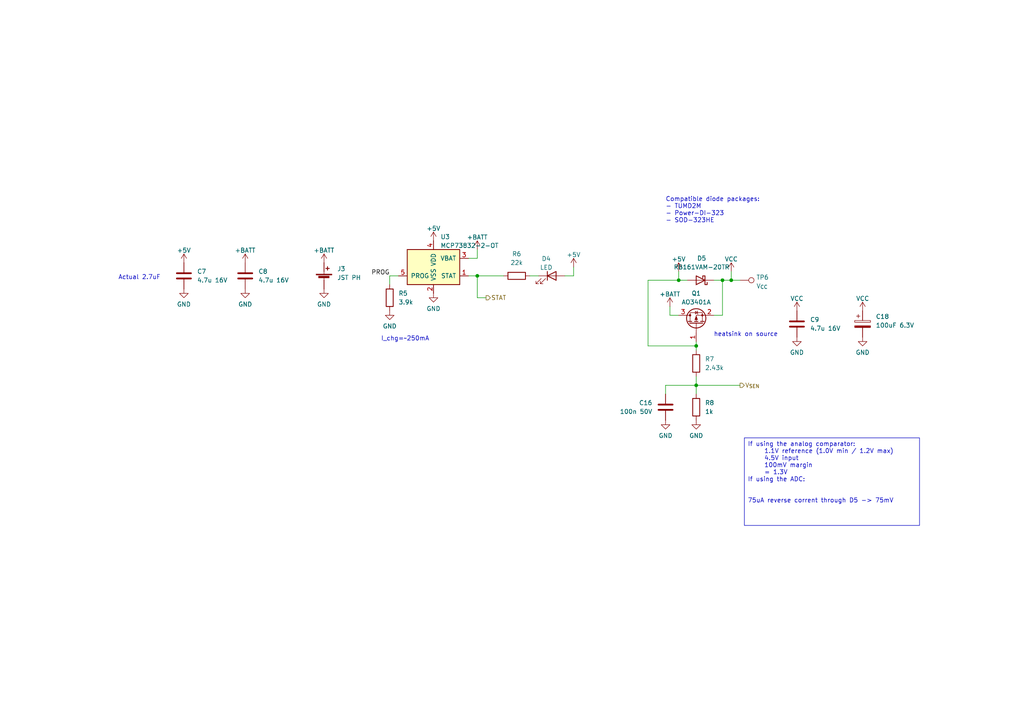
<source format=kicad_sch>
(kicad_sch (version 20231120) (generator "eeschema") (generator_version "8.0")
  (paper "A4")
  (lib_symbols
    (symbol "Battery_Management:MCP73832-2-OT" (pin_names (offset 1.016))
      (property "Reference" "U" (at -7.62 6.35 0))
      (property "Value" "MCP73832-2-OT" (at 1.27 6.35 0))
      (symbol "MCP73832-2-OT_0_1"
        (rectangle (start -7.62 5.08) (end 7.62 -5.08) (stroke (width 0.254)) (fill (type background)))
      )
      (symbol "MCP73832-2-OT_1_1"
        (pin output line (at 10.16 -2.54 180) (length 2.54) (name "STAT") (number "1"))
        (pin power_in line (at 0 -7.62 90) (length 2.54) (name "VSS") (number "2"))
        (pin power_out line (at 10.16 2.54 180) (length 2.54) (name "VBAT") (number "3"))
        (pin power_in line (at 0 7.62 270) (length 2.54) (name "VDD") (number "4"))
        (pin input line (at -10.16 -2.54 0) (length 2.54) (name "PROG") (number "5"))
      )
    )
    (symbol "Connector:TestPoint" (pin_numbers hide) (pin_names (offset 0.762) hide)
      (property "Reference" "TP" (at 0 6.858 0))
      (property "Value" "TestPoint" (at 0 5.08 0))
      (symbol "TestPoint_0_1"
        (circle (center 0 3.302) (radius 0.762))
      )
      (symbol "TestPoint_1_1"
        (pin passive line (at 0 0 90) (length 2.54) (name "1") (number "1"))
      )
    )
    (symbol "Device:Battery_Cell" (pin_numbers hide) (pin_names (offset 0) hide)
      (property "Reference" "BT" (at 2.54 2.54 0))
      (property "Value" "Battery_Cell" (at 2.54 0 0))
      (symbol "Battery_Cell_0_1"
        (rectangle (start -2.286 1.778) (end 2.286 1.524) (fill (type outline)))
        (rectangle (start -1.5748 1.1938) (end 1.4732 0.6858) (fill (type outline)))
        (polyline (pts (xy 0 0.762) (xy 0 0)))
        (polyline (pts (xy 0 1.778) (xy 0 2.54)))
        (polyline (pts (xy 0.508 3.429) (xy 1.524 3.429)) (stroke (width 0.254)))
        (polyline (pts (xy 1.016 3.937) (xy 1.016 2.921)) (stroke (width 0.254)))
      )
      (symbol "Battery_Cell_1_1"
        (pin passive line (at 0 5.08 270) (length 2.54) (name "+") (number "1"))
        (pin passive line (at 0 -2.54 90) (length 2.54) (name "-") (number "2"))
      )
    )
    (symbol "Device:C" (pin_numbers hide) (pin_names (offset 0.254))
      (property "Reference" "C" (at 0.635 2.54 0))
      (property "Value" "C" (at 0.635 -2.54 0))
      (symbol "C_0_1"
        (polyline (pts (xy -2.032 -0.762) (xy 2.032 -0.762)) (stroke (width 0.508)))
        (polyline (pts (xy -2.032 0.762) (xy 2.032 0.762)) (stroke (width 0.508)))
      )
      (symbol "C_1_1"
        (pin passive line (at 0 3.81 270) (length 2.794) (name "~") (number "1"))
        (pin passive line (at 0 -3.81 90) (length 2.794) (name "~") (number "2"))
      )
    )
    (symbol "Device:C_Polarized" (pin_numbers hide) (pin_names (offset 0.254))
      (property "Reference" "C" (at 0.635 2.54 0))
      (property "Value" "C_Polarized" (at 0.635 -2.54 0))
      (symbol "C_Polarized_0_1"
        (rectangle (start -2.286 0.508) (end 2.286 1.016))
        (polyline (pts (xy -1.778 2.286) (xy -0.762 2.286)))
        (polyline (pts (xy -1.27 2.794) (xy -1.27 1.778)))
        (rectangle (start 2.286 -0.508) (end -2.286 -1.016) (fill (type outline)))
      )
      (symbol "C_Polarized_1_1"
        (pin passive line (at 0 3.81 270) (length 2.794) (name "~") (number "1"))
        (pin passive line (at 0 -3.81 90) (length 2.794) (name "~") (number "2"))
      )
    )
    (symbol "Device:D_Schottky" (pin_numbers hide) (pin_names (offset 1.016) hide)
      (property "Reference" "D" (at 0 2.54 0))
      (property "Value" "D_Schottky" (at 0 -2.54 0))
      (symbol "D_Schottky_0_1"
        (polyline (pts (xy 1.27 0) (xy -1.27 0)))
        (polyline (pts (xy 1.27 1.27) (xy 1.27 -1.27) (xy -1.27 0) (xy 1.27 1.27)) (stroke (width 0.254)))
        (polyline (pts (xy -1.905 0.635) (xy -1.905 1.27) (xy -1.27 1.27) (xy -1.27 -1.27) (xy -0.635 -1.27) (xy -0.635 -0.635)) (stroke (width 0.254)))
      )
      (symbol "D_Schottky_1_1"
        (pin passive line (at -3.81 0 0) (length 2.54) (name "K") (number "1"))
        (pin passive line (at 3.81 0 180) (length 2.54) (name "A") (number "2"))
      )
    )
    (symbol "Device:LED" (pin_numbers hide) (pin_names (offset 1.016) hide)
      (property "Reference" "D" (at 0 2.54 0))
      (property "Value" "LED" (at 0 -2.54 0))
      (symbol "LED_0_1"
        (polyline (pts (xy -1.27 -1.27) (xy -1.27 1.27)) (stroke (width 0.254)))
        (polyline (pts (xy -1.27 0) (xy 1.27 0)))
        (polyline (pts (xy 1.27 -1.27) (xy 1.27 1.27) (xy -1.27 0) (xy 1.27 -1.27)) (stroke (width 0.254)))
        (polyline (pts (xy -3.048 -0.762) (xy -4.572 -2.286) (xy -3.81 -2.286) (xy -4.572 -2.286) (xy -4.572 -1.524)))
        (polyline (pts (xy -1.778 -0.762) (xy -3.302 -2.286) (xy -2.54 -2.286) (xy -3.302 -2.286) (xy -3.302 -1.524)))
      )
      (symbol "LED_1_1"
        (pin passive line (at -3.81 0 0) (length 2.54) (name "K") (number "1"))
        (pin passive line (at 3.81 0 180) (length 2.54) (name "A") (number "2"))
      )
    )
    (symbol "Device:Q_PMOS_GSD" (pin_names (offset 0) hide)
      (property "Reference" "Q" (at 5.08 1.27 0))
      (property "Value" "Q_PMOS_GSD" (at 5.08 -1.27 0))
      (symbol "Q_PMOS_GSD_0_1"
        (polyline (pts (xy 0.254 0) (xy -2.54 0)))
        (polyline (pts (xy 0.254 1.905) (xy 0.254 -1.905)) (stroke (width 0.254)))
        (polyline (pts (xy 0.762 -1.27) (xy 0.762 -2.286)) (stroke (width 0.254)))
        (polyline (pts (xy 0.762 0.508) (xy 0.762 -0.508)) (stroke (width 0.254)))
        (polyline (pts (xy 0.762 2.286) (xy 0.762 1.27)) (stroke (width 0.254)))
        (polyline (pts (xy 2.54 2.54) (xy 2.54 1.778)))
        (polyline (pts (xy 2.54 -2.54) (xy 2.54 0) (xy 0.762 0)))
        (polyline (pts (xy 0.762 1.778) (xy 3.302 1.778) (xy 3.302 -1.778) (xy 0.762 -1.778)))
        (polyline (pts (xy 2.286 0) (xy 1.27 0.381) (xy 1.27 -0.381) (xy 2.286 0)) (fill (type outline)))
        (polyline (pts (xy 2.794 -0.508) (xy 2.921 -0.381) (xy 3.683 -0.381) (xy 3.81 -0.254)))
        (polyline (pts (xy 3.302 -0.381) (xy 2.921 0.254) (xy 3.683 0.254) (xy 3.302 -0.381)))
        (circle (center 1.651 0) (radius 2.794) (stroke (width 0.254)))
        (circle (center 2.54 -1.778) (radius 0.254) (fill (type outline)))
        (circle (center 2.54 1.778) (radius 0.254) (fill (type outline)))
      )
      (symbol "Q_PMOS_GSD_1_1"
        (pin input line (at -5.08 0 0) (length 2.54) (name "G") (number "1"))
        (pin passive line (at 2.54 -5.08 90) (length 2.54) (name "S") (number "2"))
        (pin passive line (at 2.54 5.08 270) (length 2.54) (name "D") (number "3"))
      )
    )
    (symbol "Device:R" (pin_numbers hide) (pin_names (offset 0))
      (property "Reference" "R" (at 2.032 0 90))
      (property "Value" "R" (at 0 0 90))
      (symbol "R_0_1"
        (rectangle (start -1.016 -2.54) (end 1.016 2.54) (stroke (width 0.254)))
      )
      (symbol "R_1_1"
        (pin passive line (at 0 3.81 270) (length 1.27) (name "~") (number "1"))
        (pin passive line (at 0 -3.81 90) (length 1.27) (name "~") (number "2"))
      )
    )
    (symbol "power:+5V" (power) (pin_names (offset 0))
      (property "Value" "+5V" (at 0 3.556 0))
      (symbol "+5V_0_1"
        (polyline (pts (xy -0.762 1.27) (xy 0 2.54)))
        (polyline (pts (xy 0 0) (xy 0 2.54)))
        (polyline (pts (xy 0 2.54) (xy 0.762 1.27)))
      )
      (symbol "+5V_1_1"
        (pin power_in line (at 0 0 90) (length 0) hide (name "+5V") (number "1"))
      )
    )
    (symbol "power:+BATT" (power) (pin_names (offset 0))
      (property "Value" "+BATT" (at 0 3.556 0))
      (symbol "+BATT_0_1"
        (polyline (pts (xy -0.762 1.27) (xy 0 2.54)))
        (polyline (pts (xy 0 0) (xy 0 2.54)))
        (polyline (pts (xy 0 2.54) (xy 0.762 1.27)))
      )
      (symbol "+BATT_1_1"
        (pin power_in line (at 0 0 90) (length 0) hide (name "+BATT") (number "1"))
      )
    )
    (symbol "power:GND" (power) (pin_names (offset 0))
      (property "Value" "GND" (at 0 -3.81 0))
      (symbol "GND_0_1"
        (polyline (pts (xy 0 0) (xy 0 -1.27) (xy 1.27 -1.27) (xy 0 -2.54) (xy -1.27 -1.27) (xy 0 -1.27)))
      )
      (symbol "GND_1_1"
        (pin power_in line (at 0 0 270) (length 0) hide (name "GND") (number "1"))
      )
    )
    (symbol "power:VCC" (power) (pin_names (offset 0))
      (property "Value" "VCC" (at 0 3.81 0))
      (symbol "VCC_0_1"
        (polyline (pts (xy -0.762 1.27) (xy 0 2.54)))
        (polyline (pts (xy 0 0) (xy 0 2.54)))
        (polyline (pts (xy 0 2.54) (xy 0.762 1.27)))
      )
      (symbol "VCC_1_1"
        (pin power_in line (at 0 0 90) (length 0) hide (name "VCC") (number "1"))
      )
    )
  )
  (junction (at 209.55 81.28))
  (junction (at 138.43 80.01))
  (junction (at 201.93 100.33))
  (junction (at 212.09 81.28))
  (junction (at 201.93 111.76))
  (junction (at 196.85 81.28))
  (wire (pts (xy 138.43 80.01) (xy 146.05 80.01)))
  (wire (pts (xy 201.93 111.76) (xy 201.93 114.3)))
  (wire (pts (xy 138.43 74.93) (xy 135.89 74.93)))
  (wire (pts (xy 207.01 91.44) (xy 209.55 91.44)))
  (wire (pts (xy 187.96 100.33) (xy 201.93 100.33)))
  (wire (pts (xy 196.85 81.28) (xy 187.96 81.28)))
  (wire (pts (xy 138.43 72.39) (xy 138.43 74.93)))
  (wire (pts (xy 212.09 78.74) (xy 212.09 81.28)))
  (wire (pts (xy 135.89 80.01) (xy 138.43 80.01)))
  (wire (pts (xy 194.31 91.44) (xy 196.85 91.44)))
  (wire (pts (xy 212.09 81.28) (xy 214.63 81.28)))
  (wire (pts (xy 194.31 88.9) (xy 194.31 91.44)))
  (wire (pts (xy 153.67 80.01) (xy 156.21 80.01)))
  (wire (pts (xy 212.09 81.28) (xy 209.55 81.28)))
  (wire (pts (xy 201.93 100.33) (xy 201.93 101.6)))
  (wire (pts (xy 187.96 81.28) (xy 187.96 100.33)))
  (wire (pts (xy 166.37 77.47) (xy 166.37 80.01)))
  (wire (pts (xy 166.37 80.01) (xy 163.83 80.01)))
  (wire (pts (xy 193.04 114.3) (xy 193.04 111.76)))
  (wire (pts (xy 196.85 78.74) (xy 196.85 81.28)))
  (wire (pts (xy 201.93 99.06) (xy 201.93 100.33)))
  (wire (pts (xy 209.55 81.28) (xy 209.55 91.44)))
  (wire (pts (xy 113.03 80.01) (xy 115.57 80.01)))
  (wire (pts (xy 196.85 81.28) (xy 199.39 81.28)))
  (wire (pts (xy 140.97 86.36) (xy 138.43 86.36)))
  (wire (pts (xy 113.03 82.55) (xy 113.03 80.01)))
  (wire (pts (xy 138.43 86.36) (xy 138.43 80.01)))
  (wire (pts (xy 201.93 109.22) (xy 201.93 111.76)))
  (wire (pts (xy 193.04 111.76) (xy 201.93 111.76)))
  (wire (pts (xy 207.01 81.28) (xy 209.55 81.28)))
  (wire (pts (xy 201.93 111.76) (xy 214.63 111.76)))
  (text_box "If using the analog comparator:\n	1.1V reference (1.0V min / 1.2V max)\n	4.5V input\n	100mV margin\n	= 1.3V\nIf using the ADC:\n	\n\n75uA reverse corrent through D5 -> 75mV" (at 215.9 127 0) (size 50.8 25.4) (effects (font (size 1.27 1.27)) (justify left top)))
  (text "Compatible diode packages:\n- TUMD2M\n- Power-DI-323\n- SOD-323HE" (at 193.04 64.77 0) (effects (font (size 1.27 1.27)) (justify left bottom)))
  (text "Actual 2.7uF" (at 34.29 81.28 0) (effects (font (size 1.27 1.27)) (justify left bottom)))
  (text "I_chg=~250mA" (at 110.49 99.06 0) (effects (font (size 1.27 1.27)) (justify left bottom)))
  (text "heatsink on source" (at 207.01 97.79 0) (effects (font (size 1.27 1.27)) (justify left bottom)))
  (label "PROG" (at 113.03 80.01 180))
  (hierarchical_label "V_{SEN}" (shape output) (at 214.63 111.76 0))
  (hierarchical_label "STAT" (shape output) (at 140.97 86.36 0))
  (symbol (lib_id "Device:C") (at 193.04 118.11 0) (mirror y) (unit 1)
    (property "Reference" "C16" (at 189.23 116.84 0) (effects (justify left)))
    (property "Value" "100n 50V" (at 189.23 119.38 0) (effects (justify left)))
    (property "Footprint" "Capacitor_SMD:C_0603_1608Metric" (effects (hide yes)))
    (property "LCSC" "C14663" (effects (hide yes)))
  )
  (symbol (lib_id "Device:Q_PMOS_GSD") (at 201.93 93.98 90) (unit 1)
    (property "Reference" "Q1" (at 201.93 85.09 90))
    (property "Value" "AO3401A" (at 201.93 87.63 90))
    (property "Footprint" "Package_TO_SOT_SMD:SOT-23" (effects (hide yes)))
    (property "LCSC" "C15127" (effects (hide yes)))
  )
  (symbol (lib_id "Device:C") (at 71.12 80.01 0) (unit 1)
    (property "Reference" "C8" (at 74.93 78.74 0) (effects (justify left)))
    (property "Value" "4.7u 16V" (at 74.93 81.28 0) (effects (justify left)))
    (property "Footprint" "Capacitor_SMD:C_0603_1608Metric" (effects (hide yes)))
    (property "LCSC" "C19666" (effects (hide yes)))
  )
  (symbol (lib_id "power:GND") (at 53.34 83.82 0) (unit 1)
    (property "Reference" "#PWR0117" (effects (hide yes)))
    (property "Value" "GND" (at 53.34 88.2634 0))
  )
  (symbol (lib_id "power:+5V") (at 166.37 77.47 0) (unit 1)
    (property "Reference" "#PWR0119" (effects (hide yes)))
    (property "Value" "+5V" (at 166.37 73.8942 0))
  )
  (symbol (lib_id "power:VCC") (at 250.19 90.17 0) (unit 1)
    (property "Reference" "#PWR0131" (effects (hide yes)))
    (property "Value" "VCC" (at 250.19 86.5942 0))
  )
  (symbol (lib_id "Device:C") (at 53.34 80.01 0) (unit 1)
    (property "Reference" "C7" (at 57.15 78.74 0) (effects (justify left)))
    (property "Value" "4.7u 16V" (at 57.15 81.28 0) (effects (justify left)))
    (property "Footprint" "Capacitor_SMD:C_0603_1608Metric" (effects (hide yes)))
    (property "LCSC" "C19666" (effects (hide yes)))
  )
  (symbol (lib_id "Device:C_Polarized") (at 250.19 93.98 0) (unit 1)
    (property "Reference" "C18" (at 254 91.821 0) (effects (justify left)))
    (property "Value" "100uF 6.3V" (at 254 94.361 0) (effects (justify left)))
    (property "Footprint" "Capacitor_Tantalum_SMD:CP_EIA-3528-15_AVX-H" (effects (hide yes)))
    (property "LCSC" "C16133" (effects (hide yes)))
  )
  (symbol (lib_id "Device:R") (at 201.93 118.11 0) (unit 1)
    (property "Reference" "R8" (at 204.47 116.84 0) (effects (justify left)))
    (property "Value" "1k" (at 204.47 119.38 0) (effects (justify left)))
    (property "Footprint" "Resistor_SMD:R_0603_1608Metric" (effects (hide yes)))
    (property "LCSC" "C21190" (effects (hide yes)))
  )
  (symbol (lib_id "power:GND") (at 193.04 121.92 0) (unit 1)
    (property "Reference" "#PWR0138" (effects (hide yes)))
    (property "Value" "GND" (at 193.04 126.3634 0))
  )
  (symbol (lib_id "Battery_Management:MCP73832-2-OT") (at 125.73 77.47 0) (unit 1)
    (property "Reference" "U3" (at 127.7494 68.6902 0) (effects (justify left)))
    (property "Value" "MCP73832-2-OT" (at 127.7494 71.2271 0) (effects (justify left)))
    (property "Footprint" "Package_TO_SOT_SMD:SOT-23-5" (effects (hide yes)))
    (property "Datasheet" "http://ww1.microchip.com/downloads/en/DeviceDoc/20001984g.pdf" (effects (hide yes)))
    (property "LCSC" "C38066" (effects (hide yes)))
  )
  (symbol (lib_id "power:GND") (at 250.19 97.79 0) (unit 1)
    (property "Reference" "#PWR0130" (effects (hide yes)))
    (property "Value" "GND" (at 250.19 102.2334 0))
  )
  (symbol (lib_id "Device:C") (at 231.14 93.98 0) (unit 1)
    (property "Reference" "C9" (at 234.95 92.71 0) (effects (justify left)))
    (property "Value" "4.7u 16V" (at 234.95 95.25 0) (effects (justify left)))
    (property "Footprint" "Capacitor_SMD:C_0603_1608Metric" (effects (hide yes)))
    (property "LCSC" "C19666" (effects (hide yes)))
  )
  (symbol (lib_id "power:GND") (at 93.98 83.82 0) (unit 1)
    (property "Reference" "#PWR0114" (effects (hide yes)))
    (property "Value" "GND" (at 93.98 88.2634 0))
  )
  (symbol (lib_id "power:GND") (at 125.73 85.09 0) (unit 1)
    (property "Reference" "#PWR0109" (effects (hide yes)))
    (property "Value" "GND" (at 125.73 89.5334 0))
  )
  (symbol (lib_id "Device:D_Schottky") (at 203.2 81.28 180) (unit 1)
    (property "Reference" "D5" (at 203.5175 74.93 0))
    (property "Value" "RB161VAM-20TR" (at 203.5175 77.47 0))
    (property "Footprint" "Diode_SMD:D_TUMD2" (effects (hide yes)))
    (property "Datasheet" "https://fscdn.rohm.com/en/products/databook/datasheet/discrete/diode/schottky_barrier/rb161vam-20tr-e.pdf" (effects (hide yes)))
    (property "LCSC" "C308725" (effects (hide yes)))
  )
  (symbol (lib_id "power:GND") (at 231.14 97.79 0) (unit 1)
    (property "Reference" "#PWR0122" (effects (hide yes)))
    (property "Value" "GND" (at 231.14 102.2334 0))
  )
  (symbol (lib_id "power:VCC") (at 212.09 78.74 0) (unit 1)
    (property "Reference" "#PWR0121" (effects (hide yes)))
    (property "Value" "VCC" (at 212.09 75.1642 0))
  )
  (symbol (lib_id "power:+BATT") (at 138.43 72.39 0) (unit 1)
    (property "Reference" "#PWR0111" (effects (hide yes)))
    (property "Value" "+BATT" (at 138.43 68.8142 0))
  )
  (symbol (lib_id "power:+BATT") (at 194.31 88.9 0) (unit 1)
    (property "Reference" "#PWR0120" (effects (hide yes)))
    (property "Value" "+BATT" (at 194.31 85.3242 0))
  )
  (symbol (lib_id "power:+5V") (at 196.85 78.74 0) (unit 1)
    (property "Reference" "#PWR0125" (effects (hide yes)))
    (property "Value" "+5V" (at 196.85 75.1642 0))
  )
  (symbol (lib_id "power:+5V") (at 125.73 69.85 0) (unit 1)
    (property "Reference" "#PWR0112" (effects (hide yes)))
    (property "Value" "+5V" (at 125.73 66.2742 0))
  )
  (symbol (lib_id "Device:R") (at 149.86 80.01 90) (unit 1)
    (property "Reference" "R6" (at 149.86 73.66 90))
    (property "Value" "22k" (at 149.86 76.2 90))
    (property "Footprint" "Resistor_SMD:R_0603_1608Metric" (effects (hide yes)))
    (property "LCSC" "C4190" (effects (hide yes)))
  )
  (symbol (lib_id "power:GND") (at 113.03 90.17 0) (unit 1)
    (property "Reference" "#PWR0110" (effects (hide yes)))
    (property "Value" "GND" (at 113.03 94.6134 0))
  )
  (symbol (lib_id "power:GND") (at 201.93 121.92 0) (unit 1)
    (property "Reference" "#PWR0124" (effects (hide yes)))
    (property "Value" "GND" (at 201.93 126.3634 0))
  )
  (symbol (lib_id "power:+BATT") (at 93.98 76.2 0) (unit 1)
    (property "Reference" "#PWR0113" (effects (hide yes)))
    (property "Value" "+BATT" (at 93.98 72.6242 0))
  )
  (symbol (lib_id "Device:Battery_Cell") (at 93.98 81.28 0) (unit 1)
    (property "Reference" "J3" (at 97.79 77.978 0) (effects (justify left)))
    (property "Value" "JST PH" (at 97.79 80.518 0) (effects (justify left)))
    (property "Footprint" "Connector_JST:JST_PH_B2B-PH-K_1x02_P2.00mm_Vertical" (effects (hide yes)))
    (property "LCSC Part #" "C722767" (effects (hide yes)))
  )
  (symbol (lib_id "power:VCC") (at 231.14 90.17 0) (unit 1)
    (property "Reference" "#PWR0123" (effects (hide yes)))
    (property "Value" "VCC" (at 231.14 86.5942 0))
  )
  (symbol (lib_id "Device:R") (at 113.03 86.36 0) (unit 1)
    (property "Reference" "R5" (at 115.57 85.09 0) (effects (justify left)))
    (property "Value" "3.9k" (at 115.57 87.63 0) (effects (justify left)))
    (property "Footprint" "Resistor_SMD:R_0603_1608Metric" (effects (hide yes)))
    (property "LCSC" "C23018" (effects (hide yes)))
  )
  (symbol (lib_id "Connector:TestPoint") (at 214.63 81.28 270) (unit 1)
    (property "Reference" "TP6" (at 219.329 80.4453 90) (effects (justify left)))
    (property "Value" "V_{CC}" (at 219.329 82.9822 90) (effects (justify left)))
    (property "Footprint" "prj_lib:TestPoint_THTPad_D1.0mm_Drill0.5mm" (effects (hide yes)))
  )
  (symbol (lib_id "power:GND") (at 71.12 83.82 0) (unit 1)
    (property "Reference" "#PWR0116" (effects (hide yes)))
    (property "Value" "GND" (at 71.12 88.2634 0))
  )
  (symbol (lib_id "power:+BATT") (at 71.12 76.2 0) (unit 1)
    (property "Reference" "#PWR0115" (effects (hide yes)))
    (property "Value" "+BATT" (at 71.12 72.6242 0))
  )
  (symbol (lib_id "power:+5V") (at 53.34 76.2 0) (unit 1)
    (property "Reference" "#PWR0118" (effects (hide yes)))
    (property "Value" "+5V" (at 53.34 72.6242 0))
  )
  (symbol (lib_id "Device:LED") (at 160.02 80.01 0) (unit 1)
    (property "Reference" "D4" (at 158.4325 75.0402 0))
    (property "Value" "LED" (at 158.4325 77.5771 0))
    (property "Footprint" "LED_SMD:LED_0603_1608Metric_Pad1.05x0.95mm_HandSolder" (effects (hide yes)))
  )
  (symbol (lib_id "Device:R") (at 201.93 105.41 0) (unit 1)
    (property "Reference" "R7" (at 204.47 104.14 0) (effects (justify left)))
    (property "Value" "2.43k" (at 204.47 106.68 0) (effects (justify left)))
    (property "Footprint" "Resistor_SMD:R_0603_1608Metric" (effects (hide yes)))
    (property "LCSC" "C22906" (effects (hide yes)))
  )
)
</source>
